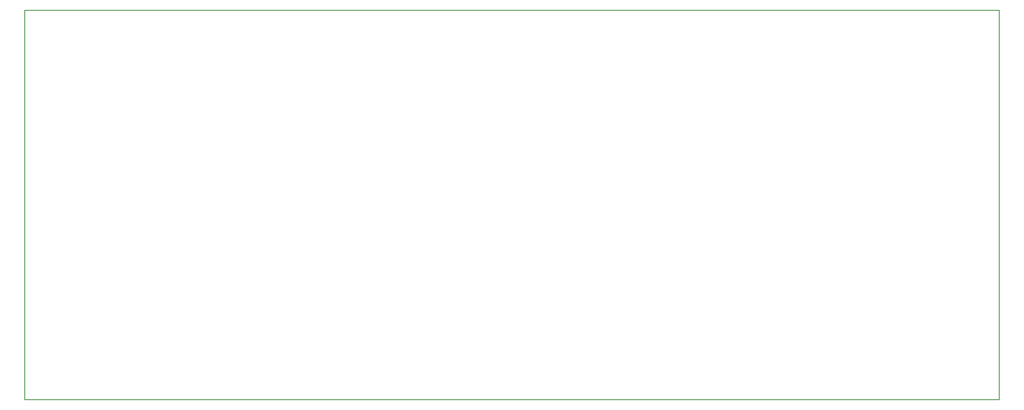
<source format=gbr>
%TF.GenerationSoftware,KiCad,Pcbnew,4.0.4-stable*%
%TF.CreationDate,2016-10-15T20:39:20+02:00*%
%TF.ProjectId,matrix-clock,6D61747269782D636C6F636B2E6B6963,rev?*%
%TF.FileFunction,Profile,NP*%
%FSLAX46Y46*%
G04 Gerber Fmt 4.6, Leading zero omitted, Abs format (unit mm)*
G04 Created by KiCad (PCBNEW 4.0.4-stable) date Sat Oct 15 20:39:20 2016*
%MOMM*%
%LPD*%
G01*
G04 APERTURE LIST*
%ADD10C,0.100000*%
%ADD11C,0.150000*%
G04 APERTURE END LIST*
D10*
D11*
X113520000Y-123790000D02*
X108520000Y-123790000D01*
X113520000Y-43790000D02*
X108520000Y-43790000D01*
X113520000Y-43790000D02*
X308520000Y-43790000D01*
X308520000Y-123790000D02*
X113520000Y-123790000D01*
X108510000Y-123780000D02*
X108510000Y-43780000D01*
X308510000Y-43780000D02*
X308510000Y-123780000D01*
M02*

</source>
